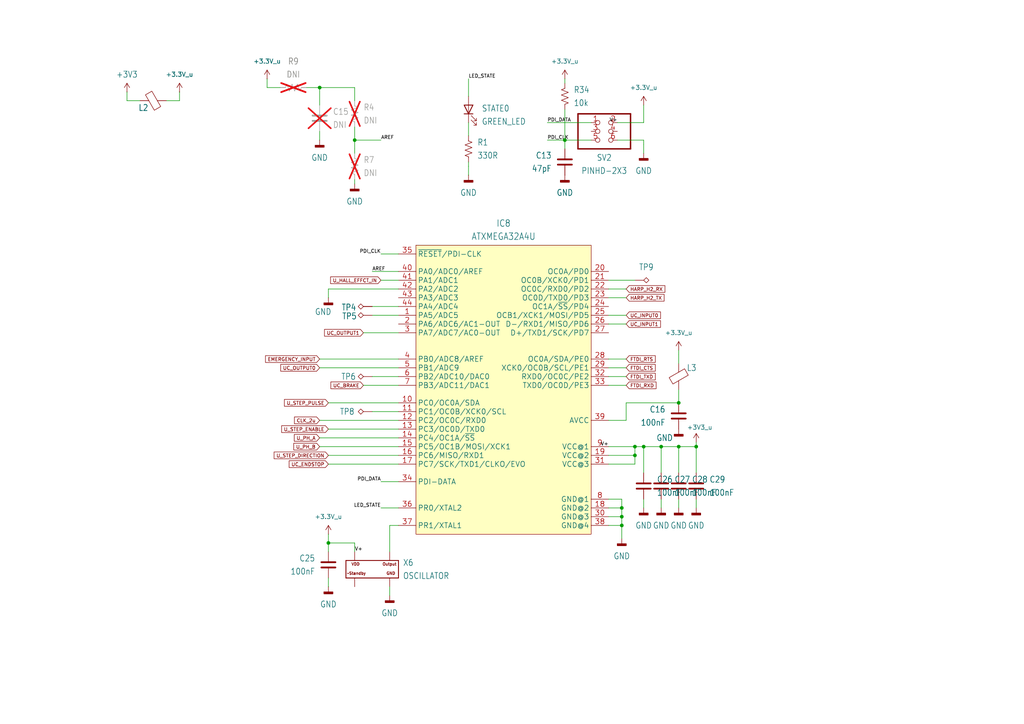
<source format=kicad_sch>
(kicad_sch (version 20250114) (generator "eeschema") (generator_version "9.0")
  (paper "A4")
  (lib_symbols
    (symbol "Connector:TestPoint_Alt" (pin_numbers (hide yes)) (pin_names (offset 0.762) (hide yes))
      (property "Reference" "TP" (at 0 6.858 0))
      (property "Value" "TestPoint_Alt" (at 0 5.08 0))
      (symbol "TestPoint_Alt_0_1"
        (polyline (pts (xy 0 2.54) (xy -0.762 3.302) (xy 0 4.064) (xy 0.762 3.302) (xy 0 2.54)))
      )
      (symbol "TestPoint_Alt_1_1"
        (pin passive line (at 0 0 90) (length 2.54) (name "1") (number "1"))
      )
    )
    (symbol "Device:C" (pin_numbers (hide yes)) (pin_names (offset 0.254))
      (property "Reference" "C" (at 0.635 2.54 0))
      (property "Value" "C" (at 0.635 -2.54 0))
      (symbol "C_0_1"
        (polyline (pts (xy -2.032 0.762) (xy 2.032 0.762)) (stroke (width 0.508)))
        (polyline (pts (xy -2.032 -0.762) (xy 2.032 -0.762)) (stroke (width 0.508)))
      )
      (symbol "C_1_1"
        (pin passive line (at 0 3.81 270) (length 2.794) (name "~") (number "1"))
        (pin passive line (at 0 -3.81 90) (length 2.794) (name "~") (number "2"))
      )
    )
    (symbol "Device:FerriteBead" (pin_numbers (hide yes)) (pin_names (offset 0))
      (property "Reference" "FB" (at -3.81 0.635 90))
      (property "Value" "FerriteBead" (at 3.81 0 90))
      (symbol "FerriteBead_0_1"
        (polyline (pts (xy -2.7686 0.4064) (xy -1.7018 2.2606) (xy 2.7686 -0.3048) (xy 1.6764 -2.159) (xy -2.7686 0.4064)))
        (polyline (pts (xy 0 1.27) (xy 0 1.2954)))
        (polyline (pts (xy 0 -1.27) (xy 0 -1.2192)))
      )
      (symbol "FerriteBead_1_1"
        (pin passive line (at 0 3.81 270) (length 2.54) (name "~") (number "1"))
        (pin passive line (at 0 -3.81 90) (length 2.54) (name "~") (number "2"))
      )
    )
    (symbol "Device:LED" (pin_numbers (hide yes)) (pin_names (offset 1.016) (hide yes))
      (property "Reference" "D" (at 0 2.54 0))
      (property "Value" "LED" (at 0 -2.54 0))
      (symbol "LED_0_1"
        (polyline (pts (xy -3.048 -0.762) (xy -4.572 -2.286) (xy -3.81 -2.286) (xy -4.572 -2.286) (xy -4.572 -1.524)))
        (polyline (pts (xy -1.778 -0.762) (xy -3.302 -2.286) (xy -2.54 -2.286) (xy -3.302 -2.286) (xy -3.302 -1.524)))
        (polyline (pts (xy -1.27 0) (xy 1.27 0)))
        (polyline (pts (xy -1.27 -1.27) (xy -1.27 1.27)) (stroke (width 0.254)))
        (polyline (pts (xy 1.27 -1.27) (xy 1.27 1.27) (xy -1.27 0) (xy 1.27 -1.27)) (stroke (width 0.254)))
      )
      (symbol "LED_1_1"
        (pin passive line (at -3.81 0 0) (length 2.54) (name "K") (number "1"))
        (pin passive line (at 3.81 0 180) (length 2.54) (name "A") (number "2"))
      )
    )
    (symbol "Device:R_US" (pin_numbers (hide yes)) (pin_names (offset 0))
      (property "Reference" "R" (at 2.54 0 90))
      (property "Value" "R_US" (at -2.54 0 90))
      (symbol "R_US_0_1"
        (polyline (pts (xy 0 2.286) (xy 0 2.54)))
        (polyline (pts (xy 0 2.286) (xy 1.016 1.905) (xy 0 1.524) (xy -1.016 1.143) (xy 0 0.762)))
        (polyline (pts (xy 0 0.762) (xy 1.016 0.381) (xy 0 0) (xy -1.016 -0.381) (xy 0 -0.762)))
        (polyline (pts (xy 0 -0.762) (xy 1.016 -1.143) (xy 0 -1.524) (xy -1.016 -1.905) (xy 0 -2.286)))
        (polyline (pts (xy 0 -2.286) (xy 0 -2.54)))
      )
      (symbol "R_US_1_1"
        (pin passive line (at 0 3.81 270) (length 1.27) (name "~") (number "1"))
        (pin passive line (at 0 -3.81 90) (length 1.27) (name "~") (number "2"))
      )
    )
    (symbol "FastStepper SymbLib:+3.3V_u" (power) (pin_numbers (hide yes)) (pin_names (offset 0) (hide yes))
      (property "Value" "+3.3V_u" (at 0 3.556 0))
      (symbol "+3.3V_u_0_1"
        (polyline (pts (xy -0.762 1.27) (xy 0 2.54)))
        (polyline (pts (xy 0 2.54) (xy 0.762 1.27)))
        (polyline (pts (xy 0 0) (xy 0 2.54)))
      )
      (symbol "+3.3V_u_1_1"
        (pin power_in line (at 0 0 90) (length 0) (name "~") (number "1"))
      )
    )
    (symbol "FastStepper SymbLib:OSCILLATOR"
      (property "Reference" "X" (at 10.16 0 0))
      (symbol "OSCILLATOR_1_0"
        (polyline (pts (xy -7.62 2.54) (xy 7.62 2.54)) (stroke (width 0.254)))
        (polyline (pts (xy -7.62 -2.54) (xy -7.62 2.54)) (stroke (width 0.254)))
        (polyline (pts (xy 7.62 2.54) (xy 7.62 -2.54)) (stroke (width 0.254)))
        (polyline (pts (xy 7.62 -2.54) (xy -7.62 -2.54)) (stroke (width 0.254)))
        (text "~Standby" (at -7.366 -1.651 0) (effects (font (size 0.8128 0.8128) (thickness 0.1626) (bold yes)) (justify left bottom)))
        (text "VDD" (at -6.096 1.016 0) (effects (font (size 0.8128 0.8128) (thickness 0.1626) (bold yes)) (justify left bottom)))
        (text "Output" (at 2.921 1.016 0) (effects (font (size 0.8128 0.8128) (thickness 0.1626) (bold yes)) (justify left bottom)))
        (text "GND" (at 4.064 -1.651 0) (effects (font (size 0.8128 0.8128) (thickness 0.1626) (bold yes)) (justify left bottom)))
        (pin passive line (at -5.08 5.08 270) (length 2.54) (name "VDD") (number "4"))
        (pin passive line (at -5.08 -5.08 90) (length 2.54) (name "STANDBY#") (number "1"))
        (pin passive line (at 5.08 5.08 270) (length 2.54) (name "OUTPUT") (number "3"))
        (pin passive line (at 5.08 -5.08 90) (length 2.54) (name "GND") (number "2"))
      )
    )
    (symbol "FastStepper SymbLib:PINHD-2X3"
      (property "Reference" "JP" (at -6.35 5.715 0))
      (symbol "PINHD-2X3_1_0"
        (polyline (pts (xy -6.35 5.08) (xy -6.35 -5.08)) (stroke (width 0.4064)))
        (polyline (pts (xy -6.35 -5.08) (xy 8.89 -5.08)) (stroke (width 0.4064)))
        (polyline (pts (xy 8.89 5.08) (xy -6.35 5.08)) (stroke (width 0.4064)))
        (polyline (pts (xy 8.89 -5.08) (xy 8.89 5.08)) (stroke (width 0.4064)))
        (pin passive inverted (at -2.54 2.54 0) (length 2.54) (name "1") (number "1"))
        (pin passive inverted (at -2.54 0 0) (length 2.54) (name "3") (number "3"))
        (pin passive inverted (at -2.54 -2.54 0) (length 2.54) (name "5") (number "5"))
        (pin passive inverted (at 5.08 2.54 180) (length 2.54) (name "2") (number "2"))
        (pin passive inverted (at 5.08 0 180) (length 2.54) (name "4") (number "4"))
        (pin passive inverted (at 5.08 -2.54 180) (length 2.54) (name "6") (number "6"))
      )
    )
    (symbol "FastStepper SymbLib:XMEGA-A4_AT-XMEGA-XXA4-AUTQFP44"
      (property "Reference" "IC" (at -25.4 44.45 0))
      (symbol "XMEGA-A4_AT-XMEGA-XXA4-AUTQFP44_1_0"
        (pin input line (at -30.48 40.64 0) (length 5.08) (name "~{RESET}/PDI-CLK") (number "35"))
        (pin bidirectional line (at -30.48 35.56 0) (length 5.08) (name "PA0/ADC0/AREF") (number "40"))
        (pin bidirectional line (at -30.48 33.02 0) (length 5.08) (name "PA1/ADC1") (number "41"))
        (pin bidirectional line (at -30.48 30.48 0) (length 5.08) (name "PA2/ADC2") (number "42"))
        (pin bidirectional line (at -30.48 27.94 0) (length 5.08) (name "PA3/ADC3") (number "43"))
        (pin bidirectional line (at -30.48 25.4 0) (length 5.08) (name "PA4/ADC4") (number "44"))
        (pin bidirectional line (at -30.48 22.86 0) (length 5.08) (name "PA5/ADC5") (number "1"))
        (pin bidirectional line (at -30.48 20.32 0) (length 5.08) (name "PA6/ADC6/AC1-OUT") (number "2"))
        (pin bidirectional line (at -30.48 17.78 0) (length 5.08) (name "PA7/ADC7/AC0-OUT") (number "3"))
        (pin bidirectional line (at -30.48 10.16 0) (length 5.08) (name "PB0/ADC8/AREF") (number "4"))
        (pin bidirectional line (at -30.48 7.62 0) (length 5.08) (name "PB1/ADC9") (number "5"))
        (pin bidirectional line (at -30.48 5.08 0) (length 5.08) (name "PB2/ADC10/DAC0") (number "6"))
        (pin bidirectional line (at -30.48 2.54 0) (length 5.08) (name "PB3/ADC11/DAC1") (number "7"))
        (pin bidirectional line (at -30.48 -2.54 0) (length 5.08) (name "PC0/OC0A/SDA") (number "10"))
        (pin bidirectional line (at -30.48 -5.08 0) (length 5.08) (name "PC1/OC0B/XCK0/SCL") (number "11"))
        (pin bidirectional line (at -30.48 -7.62 0) (length 5.08) (name "PC2/OC0C/RXD0") (number "12"))
        (pin bidirectional line (at -30.48 -10.16 0) (length 5.08) (name "PC3/OC0D/TXD0") (number "13"))
        (pin bidirectional line (at -30.48 -12.7 0) (length 5.08) (name "PC4/OC1A/~{SS}") (number "14"))
        (pin bidirectional line (at -30.48 -15.24 0) (length 5.08) (name "PC5/OC1B/MOSI/XCK1") (number "15"))
        (pin bidirectional line (at -30.48 -17.78 0) (length 5.08) (name "PC6/MISO/RXD1") (number "16"))
        (pin bidirectional line (at -30.48 -20.32 0) (length 5.08) (name "PC7/SCK/TXD1/CLKO/EVO") (number "17"))
        (pin bidirectional line (at -30.48 -25.4 0) (length 5.08) (name "PDI-DATA") (number "34"))
        (pin bidirectional line (at -30.48 -33.02 0) (length 5.08) (name "PR0/XTAL2") (number "36"))
        (pin bidirectional line (at -30.48 -38.1 0) (length 5.08) (name "PR1/XTAL1") (number "37"))
        (pin bidirectional line (at 30.48 35.56 180) (length 5.08) (name "OC0A/PD0") (number "20"))
        (pin bidirectional line (at 30.48 33.02 180) (length 5.08) (name "OC0B/XCK0/PD1") (number "21"))
        (pin bidirectional line (at 30.48 30.48 180) (length 5.08) (name "OC0C/RXD0/PD2") (number "22"))
        (pin bidirectional line (at 30.48 27.94 180) (length 5.08) (name "OC0D/TXD0/PD3") (number "23"))
        (pin bidirectional line (at 30.48 25.4 180) (length 5.08) (name "OC1A/~{SS}/PD4") (number "24"))
        (pin bidirectional line (at 30.48 22.86 180) (length 5.08) (name "OCB1/XCK1/MOSI/PD5") (number "25"))
        (pin bidirectional line (at 30.48 20.32 180) (length 5.08) (name "D-/RXD1/MISO/PD6") (number "26"))
        (pin bidirectional line (at 30.48 17.78 180) (length 5.08) (name "D+/TXD1/SCK/PD7") (number "27"))
        (pin bidirectional line (at 30.48 10.16 180) (length 5.08) (name "OC0A/SDA/PE0") (number "28"))
        (pin bidirectional line (at 30.48 7.62 180) (length 5.08) (name "XCK0/OC0B/SCL/PE1") (number "29"))
        (pin bidirectional line (at 30.48 5.08 180) (length 5.08) (name "RXD0/OC0C/PE2") (number "32"))
        (pin bidirectional line (at 30.48 2.54 180) (length 5.08) (name "TXD0/OC0D/PE3") (number "33"))
        (pin power_in line (at 30.48 -7.62 180) (length 5.08) (name "AVCC") (number "39"))
        (pin power_in line (at 30.48 -15.24 180) (length 5.08) (name "VCC@1") (number "9"))
        (pin power_in line (at 30.48 -17.78 180) (length 5.08) (name "VCC@2") (number "19"))
        (pin power_in line (at 30.48 -20.32 180) (length 5.08) (name "VCC@3") (number "31"))
        (pin power_in line (at 30.48 -30.48 180) (length 5.08) (name "GND@1") (number "8"))
        (pin power_in line (at 30.48 -33.02 180) (length 5.08) (name "GND@2") (number "18"))
        (pin power_in line (at 30.48 -35.56 180) (length 5.08) (name "GND@3") (number "30"))
        (pin power_in line (at 30.48 -38.1 180) (length 5.08) (name "GND@4") (number "38"))
      )
      (symbol "XMEGA-A4_AT-XMEGA-XXA4-AUTQFP44_1_1"
        (rectangle (start -25.4 43.18) (end 25.4 -40.64) (fill (type color) (color 255 255 194 1)))
      )
    )
    (symbol "power:+3V3" (power) (pin_numbers (hide yes)) (pin_names (offset 0) (hide yes))
      (property "Value" "+3V3" (at 0 3.556 0))
      (symbol "+3V3_0_1"
        (polyline (pts (xy -0.762 1.27) (xy 0 2.54)))
        (polyline (pts (xy 0 2.54) (xy 0.762 1.27)))
        (polyline (pts (xy 0 0) (xy 0 2.54)))
      )
      (symbol "+3V3_1_1"
        (pin power_in line (at 0 0 90) (length 0) (name "~") (number "1"))
      )
    )
    (symbol "power:+3V8" (power) (pin_numbers (hide yes)) (pin_names (offset 0) (hide yes))
      (property "Value" "+3V8" (at 0 3.556 0))
      (symbol "+3V8_0_1"
        (polyline (pts (xy -0.762 1.27) (xy 0 2.54)))
        (polyline (pts (xy 0 2.54) (xy 0.762 1.27)))
        (polyline (pts (xy 0 0) (xy 0 2.54)))
      )
      (symbol "+3V8_1_1"
        (pin power_in line (at 0 0 90) (length 0) (name "~") (number "1"))
      )
    )
    (symbol "power:GNDD" (power) (pin_numbers (hide yes)) (pin_names (offset 0) (hide yes))
      (property "Value" "GNDD" (at 0 -3.175 0))
      (symbol "GNDD_0_1"
        (rectangle (start -1.27 -1.524) (end 1.27 -2.032) (stroke (width 0.254)) (fill (type outline)))
        (polyline (pts (xy 0 0) (xy 0 -1.524)))
      )
      (symbol "GNDD_1_1"
        (pin power_in line (at 0 0 270) (length 0) (name "~") (number "1"))
      )
    )
  )
  (junction (at 180.34 152.4))
  (junction (at 163.83 40.64))
  (junction (at 184.15 132.08))
  (junction (at 191.77 129.54))
  (junction (at 95.25 157.48))
  (junction (at 196.85 129.54))
  (junction (at 92.71 25.4))
  (junction (at 196.85 116.84))
  (junction (at 201.93 129.54))
  (junction (at 180.34 149.86))
  (junction (at 186.69 129.54))
  (junction (at 180.34 147.32))
  (junction (at 184.15 129.54))
  (junction (at 102.87 40.64))
  (wire (pts (xy 163.83 31.75) (xy 163.83 40.64)) (stroke (width 0.1524)))
  (wire (pts (xy 196.85 102.87) (xy 196.85 105.41)) (stroke (width 0.1524)))
  (wire (pts (xy 115.57 73.66) (xy 110.49 73.66)) (stroke (width 0.1524)))
  (wire (pts (xy 191.77 144.78) (xy 191.77 147.32)) (stroke (width 0.1524)))
  (wire (pts (xy 176.53 86.36) (xy 181.61 86.36)) (stroke (width 0.1524)))
  (wire (pts (xy 107.95 109.22) (xy 115.57 109.22)) (stroke (width 0.1524)))
  (wire (pts (xy 181.61 81.28) (xy 184.15 81.28)))
  (wire (pts (xy 135.89 48.26) (xy 135.89 50.8)) (stroke (width 0.1524)))
  (wire (pts (xy 115.57 139.7) (xy 110.49 139.7)) (stroke (width 0.1524)))
  (wire (pts (xy 115.57 96.52) (xy 105.41 96.52)) (stroke (width 0.1524)))
  (wire (pts (xy 176.53 104.14) (xy 181.61 104.14)) (stroke (width 0.1524)))
  (wire (pts (xy 115.57 129.54) (xy 92.71 129.54)) (stroke (width 0.1524)))
  (wire (pts (xy 115.57 116.84) (xy 95.25 116.84)) (stroke (width 0.1524)))
  (wire (pts (xy 163.83 40.64) (xy 171.45 40.64)) (stroke (width 0.1524)))
  (wire (pts (xy 36.83 29.21) (xy 40.64 29.21)) (stroke (width 0.1524)))
  (wire (pts (xy 95.25 170.18) (xy 95.25 167.64)) (stroke (width 0.1524)))
  (wire (pts (xy 176.53 81.28) (xy 181.61 81.28)) (stroke (width 0.1524)))
  (wire (pts (xy 135.89 22.86) (xy 135.89 27.94)) (stroke (width 0.1524)))
  (wire (pts (xy 115.57 152.4) (xy 113.03 152.4)) (stroke (width 0.1524)))
  (wire (pts (xy 102.87 43.18) (xy 102.87 40.64)) (stroke (width 0.1524)))
  (wire (pts (xy 196.85 113.03) (xy 196.85 116.84)) (stroke (width 0.1524)))
  (wire (pts (xy 52.07 26.67) (xy 52.07 29.21)))
  (wire (pts (xy 95.25 132.08) (xy 115.57 132.08)) (stroke (width 0.1524)))
  (wire (pts (xy 115.57 124.46) (xy 95.25 124.46)) (stroke (width 0.1524)))
  (wire (pts (xy 176.53 147.32) (xy 180.34 147.32)) (stroke (width 0.1524)))
  (wire (pts (xy 48.26 29.21) (xy 52.07 29.21)) (stroke (width 0.1524)))
  (wire (pts (xy 102.87 43.18) (xy 102.87 44.45)))
  (wire (pts (xy 176.53 91.44) (xy 181.61 91.44)) (stroke (width 0.1524)))
  (wire (pts (xy 102.87 157.48) (xy 95.25 157.48)) (stroke (width 0.1524)))
  (wire (pts (xy 107.95 119.38) (xy 115.57 119.38)) (stroke (width 0.1524)))
  (wire (pts (xy 88.9 25.4) (xy 92.71 25.4)) (stroke (width 0.1524)))
  (wire (pts (xy 186.69 144.78) (xy 186.69 147.32)) (stroke (width 0.1524)))
  (wire (pts (xy 176.53 129.54) (xy 184.15 129.54)) (stroke (width 0.1524)))
  (wire (pts (xy 176.53 132.08) (xy 184.15 132.08)) (stroke (width 0.1524)))
  (wire (pts (xy 184.15 134.62) (xy 184.15 132.08)) (stroke (width 0.1524)))
  (wire (pts (xy 163.83 22.86) (xy 163.83 24.13)) (stroke (width 0.1524)))
  (wire (pts (xy 95.25 83.82) (xy 95.25 86.36)))
  (wire (pts (xy 176.53 149.86) (xy 180.34 149.86)) (stroke (width 0.1524)))
  (wire (pts (xy 107.95 88.9) (xy 115.57 88.9)) (stroke (width 0.1524)))
  (wire (pts (xy 179.07 40.64) (xy 186.69 40.64)) (stroke (width 0.1524)))
  (wire (pts (xy 179.07 35.56) (xy 186.69 35.56)) (stroke (width 0.1524)))
  (wire (pts (xy 184.15 129.54) (xy 186.69 129.54)) (stroke (width 0.1524)))
  (wire (pts (xy 186.69 137.16) (xy 186.69 129.54)) (stroke (width 0.1524)))
  (wire (pts (xy 115.57 106.68) (xy 92.71 106.68)) (stroke (width 0.1524)))
  (wire (pts (xy 186.69 129.54) (xy 191.77 129.54)) (stroke (width 0.1524)))
  (wire (pts (xy 201.93 144.78) (xy 201.93 147.32)) (stroke (width 0.1524)))
  (wire (pts (xy 77.47 25.4) (xy 81.28 25.4)) (stroke (width 0.1524)))
  (wire (pts (xy 102.87 52.07) (xy 102.87 53.34)))
  (wire (pts (xy 115.57 104.14) (xy 92.71 104.14)) (stroke (width 0.1524)))
  (wire (pts (xy 181.61 116.84) (xy 181.61 121.92)) (stroke (width 0.1524)))
  (wire (pts (xy 92.71 30.48) (xy 92.71 25.4)) (stroke (width 0.1524)))
  (wire (pts (xy 176.53 144.78) (xy 180.34 144.78)) (stroke (width 0.1524)))
  (wire (pts (xy 115.57 78.74) (xy 107.95 78.74)) (stroke (width 0.1524)))
  (wire (pts (xy 77.47 25.4) (xy 77.47 22.86)) (stroke (width 0.1524)))
  (wire (pts (xy 115.57 121.92) (xy 92.71 121.92)) (stroke (width 0.1524)))
  (wire (pts (xy 36.83 26.67) (xy 36.83 29.21)) (stroke (width 0.1524)))
  (wire (pts (xy 191.77 129.54) (xy 196.85 129.54)) (stroke (width 0.1524)))
  (wire (pts (xy 186.69 35.56) (xy 186.69 30.48)) (stroke (width 0.1524)))
  (wire (pts (xy 180.34 144.78) (xy 180.34 147.32)) (stroke (width 0.1524)))
  (wire (pts (xy 92.71 25.4) (xy 102.87 25.4)) (stroke (width 0.1524)))
  (wire (pts (xy 176.53 106.68) (xy 181.61 106.68)) (stroke (width 0.1524)))
  (wire (pts (xy 102.87 36.83) (xy 102.87 40.64)) (stroke (width 0.1524)))
  (wire (pts (xy 201.93 129.54) (xy 201.93 137.16)) (stroke (width 0.1524)))
  (wire (pts (xy 180.34 147.32) (xy 180.34 149.86)) (stroke (width 0.1524)))
  (wire (pts (xy 92.71 40.64) (xy 92.71 38.1)) (stroke (width 0.1524)))
  (wire (pts (xy 196.85 129.54) (xy 196.85 137.16)) (stroke (width 0.1524)))
  (wire (pts (xy 135.89 35.56) (xy 135.89 39.37)) (stroke (width 0.1524)))
  (wire (pts (xy 180.34 152.4) (xy 180.34 156.21)) (stroke (width 0.1524)))
  (wire (pts (xy 196.85 144.78) (xy 196.85 147.32)) (stroke (width 0.1524)))
  (wire (pts (xy 171.45 35.56) (xy 158.75 35.56)) (stroke (width 0.1524)))
  (wire (pts (xy 176.53 134.62) (xy 184.15 134.62)) (stroke (width 0.1524)))
  (wire (pts (xy 115.57 127) (xy 92.71 127)) (stroke (width 0.1524)))
  (wire (pts (xy 113.03 160.02) (xy 113.03 152.4)) (stroke (width 0.1524)))
  (wire (pts (xy 115.57 83.82) (xy 95.25 83.82)) (stroke (width 0.1524)))
  (wire (pts (xy 196.85 102.87) (xy 196.85 101.6)))
  (wire (pts (xy 186.69 40.64) (xy 186.69 41.91)) (stroke (width 0.1524)))
  (wire (pts (xy 180.34 149.86) (xy 180.34 152.4)) (stroke (width 0.1524)))
  (wire (pts (xy 102.87 40.64) (xy 110.49 40.64)) (stroke (width 0.1524)))
  (wire (pts (xy 102.87 25.4) (xy 102.87 29.21)) (stroke (width 0.1524)))
  (wire (pts (xy 176.53 152.4) (xy 180.34 152.4)) (stroke (width 0.1524)))
  (wire (pts (xy 201.93 129.54) (xy 201.93 128.27)) (stroke (width 0.1524)))
  (wire (pts (xy 115.57 111.76) (xy 105.41 111.76)) (stroke (width 0.1524)))
  (wire (pts (xy 158.75 40.64) (xy 163.83 40.64)) (stroke (width 0.1524)))
  (wire (pts (xy 176.53 109.22) (xy 181.61 109.22)) (stroke (width 0.1524)))
  (wire (pts (xy 181.61 121.92) (xy 176.53 121.92)) (stroke (width 0.1524)))
  (wire (pts (xy 107.95 91.44) (xy 115.57 91.44)) (stroke (width 0.1524)))
  (wire (pts (xy 186.69 41.91) (xy 186.69 44.45)))
  (wire (pts (xy 102.87 160.02) (xy 102.87 157.48)) (stroke (width 0.1524)))
  (wire (pts (xy 196.85 129.54) (xy 201.93 129.54)) (stroke (width 0.1524)))
  (wire (pts (xy 95.25 157.48) (xy 95.25 160.02)) (stroke (width 0.1524)))
  (wire (pts (xy 115.57 147.32) (xy 110.49 147.32)) (stroke (width 0.1524)))
  (wire (pts (xy 115.57 134.62) (xy 95.25 134.62)) (stroke (width 0.1524)))
  (wire (pts (xy 191.77 137.16) (xy 191.77 129.54)) (stroke (width 0.1524)))
  (wire (pts (xy 176.53 83.82) (xy 181.61 83.82)) (stroke (width 0.1524)))
  (wire (pts (xy 184.15 132.08) (xy 184.15 129.54)) (stroke (width 0.1524)))
  (wire (pts (xy 110.49 81.28) (xy 115.57 81.28)))
  (wire (pts (xy 113.03 172.72) (xy 113.03 170.18)) (stroke (width 0.1524)))
  (wire (pts (xy 135.89 46.99) (xy 135.89 48.26)))
  (wire (pts (xy 95.25 157.48) (xy 95.25 154.94)) (stroke (width 0.1524)))
  (wire (pts (xy 176.53 111.76) (xy 181.61 111.76)) (stroke (width 0.1524)))
  (wire (pts (xy 163.83 43.18) (xy 163.83 40.64)) (stroke (width 0.1524)))
  (wire (pts (xy 176.53 93.98) (xy 181.61 93.98)) (stroke (width 0.1524)))
  (wire (pts (xy 196.85 116.84) (xy 181.61 116.84)) (stroke (width 0.1524)))
  (label "AREF" (at 110.49 40.64 0) (effects (font (size 0.9957 0.9957))))
  (label "PDI_CLK" (at 158.75 40.64 0) (effects (font (size 0.9957 0.9957))))
  (label "V+" (at 102.87 160.02 0) (effects (font (size 1.016 1.016))))
  (label "V+" (at 179.07 35.56 180) (effects (font (size 1.016 1.016))))
  (label "AREF" (at 107.95 78.74 0) (effects (font (size 0.9957 0.9957))))
  (label "LED_STATE" (at 110.49 147.32 180) (effects (font (size 0.9957 0.9957))))
  (label "PDI_DATA" (at 158.75 35.56 0) (effects (font (size 0.9957 0.9957))))
  (label "PDI_CLK" (at 110.49 73.66 180) (effects (font (size 0.9957 0.9957))))
  (label "V+" (at 176.53 129.54 180) (effects (font (size 1.016 1.016))))
  (label "PDI_DATA" (at 110.49 139.7 180) (effects (font (size 0.9957 0.9957))))
  (label "LED_STATE" (at 135.89 22.86 0) (effects (font (size 0.9957 0.9957))))
  (global_label "CLK_2u" (shape input) (at 92.71 121.92 180) (effects (font (size 0.9957 0.9957))) (property "Intersheetrefs" "${INTERSHEET_REFS}" (effects (hide yes))))
  (global_label "FTDI_RTS" (shape input) (at 181.61 104.14 0) (effects (font (size 0.9957 0.9957))) (property "Intersheetrefs" "${INTERSHEET_REFS}" (effects (hide yes))))
  (global_label "U_PH_A" (shape input) (at 92.71 127 180) (effects (font (size 0.9957 0.9957))) (property "Intersheetrefs" "${INTERSHEET_REFS}" (effects (hide yes))))
  (global_label "UC_OUTPUT1" (shape input) (at 105.41 96.52 180) (effects (font (size 0.9957 0.9957))) (property "Intersheetrefs" "${INTERSHEET_REFS}" (effects (hide yes))))
  (global_label "FTDI_TXD" (shape input) (at 181.61 109.22 0) (effects (font (size 0.9957 0.9957))) (property "Intersheetrefs" "${INTERSHEET_REFS}" (effects (hide yes))))
  (global_label "U_PH_B" (shape input) (at 92.71 129.54 180) (effects (font (size 0.9957 0.9957))) (property "Intersheetrefs" "${INTERSHEET_REFS}" (effects (hide yes))))
  (global_label "EMERGENCY_INPUT" (shape input) (at 92.71 104.14 180) (effects (font (size 0.9957 0.9957))) (property "Intersheetrefs" "${INTERSHEET_REFS}" (effects (hide yes))))
  (global_label "UC_OUTPUT0" (shape input) (at 92.71 106.68 180) (effects (font (size 0.9957 0.9957))) (property "Intersheetrefs" "${INTERSHEET_REFS}" (effects (hide yes))))
  (global_label "HARP_H2_RX" (shape input) (at 181.61 83.82 0) (effects (font (size 0.9957 0.9957))) (property "Intersheetrefs" "${INTERSHEET_REFS}" (effects (hide yes))))
  (global_label "HARP_H2_TX" (shape input) (at 181.61 86.36 0) (effects (font (size 0.9957 0.9957))) (property "Intersheetrefs" "${INTERSHEET_REFS}" (effects (hide yes))))
  (global_label "U_STEP_DIRECTION" (shape input) (at 95.25 132.08 180) (effects (font (size 0.9957 0.9957))) (property "Intersheetrefs" "${INTERSHEET_REFS}" (effects (hide yes))))
  (global_label "UC_INPUT0" (shape input) (at 181.61 91.44 0) (effects (font (size 0.9957 0.9957))) (property "Intersheetrefs" "${INTERSHEET_REFS}" (effects (hide yes))))
  (global_label "UC_ENDSTOP" (shape input) (at 95.25 134.62 180) (effects (font (size 0.9957 0.9957))) (property "Intersheetrefs" "${INTERSHEET_REFS}" (effects (hide yes))))
  (global_label "U_HALL_EFFCT_IN" (shape input) (at 110.49 81.28 180) (effects (font (size 0.9957 0.9957))) (property "Intersheetrefs" "${INTERSHEET_REFS}" (effects (hide yes))))
  (global_label "UC_BRAKE" (shape input) (at 105.41 111.76 180) (effects (font (size 0.9957 0.9957))) (property "Intersheetrefs" "${INTERSHEET_REFS}" (effects (hide yes))))
  (global_label "FTDI_RXD" (shape input) (at 181.61 111.76 0) (effects (font (size 0.9957 0.9957))) (property "Intersheetrefs" "${INTERSHEET_REFS}" (effects (hide yes))))
  (global_label "U_STEP_ENABLE" (shape input) (at 95.25 124.46 180) (effects (font (size 0.9957 0.9957))) (property "Intersheetrefs" "${INTERSHEET_REFS}" (effects (hide yes))))
  (global_label "UC_INPUT1" (shape input) (at 181.61 93.98 0) (effects (font (size 0.9957 0.9957))) (property "Intersheetrefs" "${INTERSHEET_REFS}" (effects (hide yes))))
  (global_label "FTDI_CTS" (shape input) (at 181.61 106.68 0) (effects (font (size 0.9957 0.9957))) (property "Intersheetrefs" "${INTERSHEET_REFS}" (effects (hide yes))))
  (global_label "U_STEP_PULSE" (shape input) (at 95.25 116.84 180) (effects (font (size 0.9957 0.9957))) (property "Intersheetrefs" "${INTERSHEET_REFS}" (effects (hide yes))))
  (symbol (lib_id "Device:R_US") (at 135.89 43.18 180) (unit 1)
    (property "Reference" "R1" (at 138.43 41.275 0) (effects (font (size 1.778 1.5113)) (justify right)))
    (property "Value" "330R" (at 138.43 45.085 0) (effects (font (size 1.778 1.5113)) (justify right)))
    (property "Footprint" "Resistor_SMD:R_0402_1005Metric" (effects (hide yes)))
    (property "MPN" "RC0402FR-07330RL" (effects (hide yes)))
    (property "OEPSPN" "OEPS020037" (effects (hide yes)))
  )
  (symbol (lib_id "Device:C") (at 186.69 140.97 0) (mirror y) (unit 1)
    (property "Reference" "C26" (at 190.5 139.065 0) (effects (font (size 1.778 1.5113)) (justify right)))
    (property "Value" "100nF" (at 190.5 142.875 0) (effects (font (size 1.778 1.5113)) (justify right)))
    (property "Footprint" "Capacitor_SMD:C_0402_1005Metric" (effects (hide yes)))
    (property "MPN" "CGA2B3X7R1H104K050BB" (effects (hide yes)))
    (property "OEPSPN" "OEPS010016" (effects (hide yes)))
  )
  (symbol (lib_id "FastStepper SymbLib:+3.3V_u") (at 95.25 154.94 0) (unit 1)
    (property "Reference" "#PWR04" (effects (hide yes)))
    (property "Value" "+3.3V_u" (at 95.25 149.86 0))
    (property "Description" "Power symbol creates a global label with name \"+3.3V_u\"" (effects (hide yes)))
  )
  (symbol (lib_id "power:GNDD") (at 186.69 44.45 0) (unit 1)
    (property "Reference" "#GND65" (effects (hide yes)))
    (property "Value" "GND" (at 186.69 49.53 0) (effects (font (size 1.778 1.5113))))
  )
  (symbol (lib_id "power:GNDD") (at 113.03 172.72 0) (mirror y) (unit 1)
    (property "Reference" "#GND18" (effects (hide yes)))
    (property "Value" "GND" (at 113.03 177.8 0) (effects (font (size 1.778 1.5113))))
  )
  (symbol (lib_id "FastStepper SymbLib:+3.3V_u") (at 196.85 101.6 0) (unit 1)
    (property "Reference" "#PWR03" (effects (hide yes)))
    (property "Value" "+3.3V_u" (at 196.85 96.52 0))
    (property "Description" "Power symbol creates a global label with name \"+3.3V_u\"" (effects (hide yes)))
  )
  (symbol (lib_id "power:GNDD") (at 95.25 170.18 0) (mirror y) (unit 1)
    (property "Reference" "#GND124" (effects (hide yes)))
    (property "Value" "GND" (at 95.25 175.26 0) (effects (font (size 1.778 1.5113))))
  )
  (symbol (lib_id "Device:LED") (at 135.89 31.75 90) (unit 1)
    (property "Reference" "STATE0" (at 139.7 31.4325 90) (effects (font (size 1.778 1.5113)) (justify right)))
    (property "Value" "GREEN_LED" (at 139.7 35.2425 90) (effects (font (size 1.778 1.5113)) (justify right)))
    (property "Footprint" "LED_SMD:LED_0603_1608Metric" (effects (hide yes)))
    (property "MPN" "LTST-C191KGKT" (effects (hide yes)))
    (property "OEPSPN" "OEPS030005" (effects (hide yes)))
  )
  (symbol (lib_id "power:GNDD") (at 196.85 124.46 0) (mirror y) (unit 1)
    (property "Reference" "#GND36" (effects (hide yes)))
    (property "Value" "GND" (at 192.786 127 0) (effects (font (size 1.778 1.5113))))
  )
  (symbol (lib_id "FastStepper SymbLib:XMEGA-A4_AT-XMEGA-XXA4-AUTQFP44") (at 146.05 114.3 0) (unit 1)
    (property "Reference" "IC8" (at 146.05 64.77 0) (effects (font (size 1.9304 1.6408))))
    (property "Value" "ATXMEGA32A4U" (at 146.05 68.58 0) (effects (font (size 1.9304 1.6408))))
    (property "Footprint" "Package_QFP:TQFP-44_10x10mm_P0.8mm" (effects (hide yes)))
    (property "MPN" "ATXMEGA32A4U-A" (effects (hide yes)))
    (property "OEPSPN" "OEPS080012" (effects (hide yes)))
  )
  (symbol (lib_id "power:GNDD") (at 163.83 50.8 0) (unit 1)
    (property "Reference" "#GND123" (effects (hide yes)))
    (property "Value" "GND" (at 163.83 55.88 0) (effects (font (size 1.778 1.5113))))
  )
  (symbol (lib_id "power:GNDD") (at 102.87 53.34 0) (mirror y) (unit 1)
    (property "Reference" "#GND13" (effects (hide yes)))
    (property "Value" "GND" (at 102.87 58.42 0) (effects (font (size 1.778 1.5113))))
  )
  (symbol (lib_id "power:GNDD") (at 95.25 86.36 0) (mirror y) (unit 1)
    (property "Reference" "#GND37" (effects (hide yes)))
    (property "Value" "GND" (at 93.726 90.424 0) (effects (font (size 1.778 1.5113))))
  )
  (symbol (lib_id "Connector:TestPoint_Alt") (at 107.95 88.9 90) (mirror x) (unit 1) (in_bom no)
    (property "Reference" "TP4" (at 103.378 89.154 90) (effects (font (size 1.778 1.5113)) (justify left)))
    (property "Value" "NO_COMPONENT" (effects (hide yes)))
    (property "Footprint" "TestPoint:TestPoint_THTPad_D1.0mm_Drill0.5mm" (effects (hide yes)))
  )
  (symbol (lib_id "FastStepper SymbLib:+3.3V_u") (at 77.47 22.86 0) (unit 1)
    (property "Reference" "#PWR07" (effects (hide yes)))
    (property "Value" "+3.3V_u" (at 77.47 17.78 0))
    (property "Description" "Power symbol creates a global label with name \"+3.3V_u\"" (effects (hide yes)))
  )
  (symbol (lib_id "Device:C") (at 92.71 34.29 0) (mirror y) (unit 1) (dnp yes)
    (property "Reference" "C15" (at 96.52 32.385 0) (effects (font (size 1.778 1.5113)) (justify right)))
    (property "Value" "DNI" (at 96.52 36.195 0) (effects (font (size 1.778 1.5113)) (justify right)))
    (property "Footprint" "Capacitor_SMD:C_0603_1608Metric" (effects (hide yes)))
    (property "MPN" "n.a." (effects (hide yes)))
    (property "OEPSPN" "n.a." (effects (hide yes)))
  )
  (symbol (lib_id "power:GNDD") (at 186.69 147.32 0) (mirror y) (unit 1)
    (property "Reference" "#GND126" (effects (hide yes)))
    (property "Value" "GND" (at 186.69 152.4 0) (effects (font (size 1.778 1.5113))))
  )
  (symbol (lib_id "power:GNDD") (at 135.89 50.8 0) (mirror y) (unit 1)
    (property "Reference" "#GND29" (effects (hide yes)))
    (property "Value" "GND" (at 135.89 55.88 0) (effects (font (size 1.778 1.5113))))
  )
  (symbol (lib_id "Device:C") (at 95.25 163.83 0) (mirror y) (unit 1)
    (property "Reference" "C25" (at 91.44 161.925 0) (effects (font (size 1.778 1.5113)) (justify left)))
    (property "Value" "100nF" (at 91.44 165.735 0) (effects (font (size 1.778 1.5113)) (justify left)))
    (property "Footprint" "Capacitor_SMD:C_0402_1005Metric" (effects (hide yes)))
    (property "MPN" "CGA2B3X7R1H104K050BB" (effects (hide yes)))
    (property "OEPSPN" "OEPS010016" (effects (hide yes)))
  )
  (symbol (lib_id "Device:R_US") (at 102.87 48.26 180) (unit 1) (dnp yes)
    (property "Reference" "R7" (at 105.41 46.355 0) (effects (font (size 1.778 1.5113)) (justify right)))
    (property "Value" "DNI" (at 105.41 50.165 0) (effects (font (size 1.778 1.5113)) (justify right)))
    (property "Footprint" "Resistor_SMD:R_0402_1005Metric" (effects (hide yes)))
    (property "MPN" "n.a." (effects (hide yes)))
    (property "OEPSPN" "n.a." (effects (hide yes)))
  )
  (symbol (lib_id "Device:C") (at 163.83 46.99 0) (unit 1)
    (property "Reference" "C13" (at 160.02 45.085 0) (effects (font (size 1.778 1.5113)) (justify right)))
    (property "Value" "47pF" (at 160.02 48.895 0) (effects (font (size 1.778 1.5113)) (justify right)))
    (property "Footprint" "Capacitor_SMD:C_0402_1005Metric" (effects (hide yes)))
    (property "MPN" "04025A470JAT2A" (effects (hide yes)))
    (property "OEPSPN" "OEPS010011" (effects (hide yes)))
  )
  (symbol (lib_id "Connector:TestPoint_Alt") (at 107.95 91.44 90) (mirror x) (unit 1) (in_bom no)
    (property "Reference" "TP5" (at 101.346 91.694 90) (effects (font (size 1.778 1.5113))))
    (property "Value" "NO_COMPONENT" (effects (hide yes)))
    (property "Footprint" "TestPoint:TestPoint_THTPad_D1.0mm_Drill0.5mm" (effects (hide yes)))
  )
  (symbol (lib_id "Device:R_US") (at 163.83 27.94 0) (mirror y) (unit 1)
    (property "Reference" "R34" (at 166.37 26.035 0) (effects (font (size 1.778 1.5113)) (justify right)))
    (property "Value" "10k" (at 166.37 29.845 0) (effects (font (size 1.778 1.5113)) (justify right)))
    (property "Footprint" "Resistor_SMD:R_0402_1005Metric" (effects (hide yes)))
    (property "MPN" "ERJ-2RKF1002X" (effects (hide yes)))
    (property "OEPSPN" "OEPS020013" (effects (hide yes)))
  )
  (symbol (lib_id "Device:R_US") (at 85.09 25.4 270) (unit 1) (dnp yes)
    (property "Reference" "R9" (at 85.09 17.78 90) (effects (font (size 1.778 1.5113))))
    (property "Value" "DNI" (at 85.09 21.59 90) (effects (font (size 1.778 1.5113))))
    (property "Footprint" "Resistor_SMD:R_0402_1005Metric" (effects (hide yes)))
    (property "MPN" "n.a." (effects (hide yes)))
    (property "OEPSPN" "n.a." (effects (hide yes)))
  )
  (symbol (lib_id "power:GNDD") (at 180.34 156.21 0) (mirror y) (unit 1)
    (property "Reference" "#GND20" (effects (hide yes)))
    (property "Value" "GND" (at 180.34 161.29 0) (effects (font (size 1.778 1.5113))))
  )
  (symbol (lib_id "Connector:TestPoint_Alt") (at 107.95 119.38 90) (mirror x) (unit 1) (in_bom no)
    (property "Reference" "TP8" (at 102.87 119.38 90) (effects (font (size 1.778 1.5113)) (justify left)))
    (property "Value" "NO_COMPONENT" (effects (hide yes)))
    (property "Footprint" "TestPoint:TestPoint_THTPad_D1.0mm_Drill0.5mm" (effects (hide yes)))
  )
  (symbol (lib_id "Device:C") (at 201.93 140.97 0) (mirror y) (unit 1)
    (property "Reference" "C29" (at 205.74 139.065 0) (effects (font (size 1.778 1.5113)) (justify right)))
    (property "Value" "100nF" (at 205.74 142.875 0) (effects (font (size 1.778 1.5113)) (justify right)))
    (property "Footprint" "Capacitor_SMD:C_0402_1005Metric" (effects (hide yes)))
    (property "MPN" "CGA2B3X7R1H104K050BB" (effects (hide yes)))
    (property "OEPSPN" "OEPS010016" (effects (hide yes)))
  )
  (symbol (lib_id "Device:FerriteBead") (at 44.45 29.21 90) (mirror x) (unit 1)
    (property "Reference" "L2" (at 40.132 31.242 90) (effects (font (size 1.778 1.5113)) (justify right)))
    (property "Value" "40R@100MHz" (effects (hide yes)))
    (property "Footprint" "Resistor_SMD:R_0805_2012Metric" (effects (hide yes)))
    (property "MPN" "MI0805K400R-10" (effects (hide yes)))
    (property "OEPSPN" "OEPS040003" (effects (hide yes)))
  )
  (symbol (lib_id "power:+3V8") (at 201.93 128.27 0) (unit 1)
    (property "Reference" "#PWR02" (effects (hide yes)))
    (property "Value" "+3V3_u" (at 202.946 123.952 0))
    (property "Description" "Power symbol creates a global label with name \"+3V3_u\"" (effects (hide yes)))
  )
  (symbol (lib_id "power:GNDD") (at 92.71 40.64 0) (mirror y) (unit 1)
    (property "Reference" "#GND24" (effects (hide yes)))
    (property "Value" "GND" (at 92.71 45.72 0) (effects (font (size 1.778 1.5113))))
  )
  (symbol (lib_id "power:GNDD") (at 191.77 147.32 0) (mirror y) (unit 1)
    (property "Reference" "#GND127" (effects (hide yes)))
    (property "Value" "GND" (at 191.77 152.4 0) (effects (font (size 1.778 1.5113))))
  )
  (symbol (lib_id "FastStepper SymbLib:PINHD-2X3") (at 173.99 38.1 0) (unit 1)
    (property "Reference" "SV2" (at 175.26 45.72 0) (effects (font (size 1.778 1.5113))))
    (property "Value" "PINHD-2X3" (at 175.26 49.53 0) (effects (font (size 1.778 1.5113))))
    (property "Footprint" "Connector_PinHeader_2.54mm:PinHeader_2x03_P2.54mm_Vertical" (effects (hide yes)))
    (property "MPN" "PR20203VBDN" (effects (hide yes)))
    (property "OEPSPN" "OEPS070124" (effects (hide yes)))
  )
  (symbol (lib_id "Connector:TestPoint_Alt") (at 107.95 109.22 90) (mirror x) (unit 1) (in_bom no)
    (property "Reference" "TP6" (at 101.092 109.22 90) (effects (font (size 1.778 1.5113))))
    (property "Value" "NO_COMPONENT" (effects (hide yes)))
    (property "Footprint" "TestPoint:TestPoint_THTPad_D1.0mm_Drill0.5mm" (effects (hide yes)))
  )
  (symbol (lib_id "FastStepper SymbLib:OSCILLATOR") (at 107.95 165.1 0) (unit 1)
    (property "Reference" "X6" (at 116.84 163.195 0) (effects (font (size 1.778 1.5113)) (justify left)))
    (property "Value" "OSCILLATOR" (at 116.84 167.005 0) (effects (font (size 1.778 1.5113)) (justify left)))
    (property "Footprint" "Oscillator:Oscillator_SMD_Abracon_ASE-4Pin_3.2x2.5mm" (effects (hide yes)))
    (property "Description" "XTAL OSC TCXO 32.0000MHZ HCMOS" (effects (hide yes)))
    (property "MPN" "DSC1001CI5-032.0000" (effects (hide yes)))
    (property "OEPSPN" "OEPS080018" (effects (hide yes)))
  )
  (symbol (lib_id "Connector:TestPoint_Alt") (at 184.15 81.28 270) (mirror x) (unit 1) (in_bom no)
    (property "Reference" "TP9" (at 187.452 77.47 90) (effects (font (size 1.778 1.5113))))
    (property "Value" "NO_COMPONENT" (effects (hide yes)))
    (property "Footprint" "TestPoint:TestPoint_THTPad_D1.0mm_Drill0.5mm" (effects (hide yes)))
  )
  (symbol (lib_id "Device:C") (at 196.85 140.97 0) (mirror y) (unit 1)
    (property "Reference" "C28" (at 200.66 139.065 0) (effects (font (size 1.778 1.5113)) (justify right)))
    (property "Value" "100nF" (at 200.66 142.875 0) (effects (font (size 1.778 1.5113)) (justify right)))
    (property "Footprint" "Capacitor_SMD:C_0402_1005Metric" (effects (hide yes)))
    (property "MPN" "CGA2B3X7R1H104K050BB" (effects (hide yes)))
    (property "OEPSPN" "OEPS010016" (effects (hide yes)))
  )
  (symbol (lib_id "power:+3V3") (at 36.83 26.67 0) (unit 1)
    (property "Reference" "#+3V011" (effects (hide yes)))
    (property "Value" "+3V3" (at 36.83 21.59 0) (effects (font (size 1.778 1.5113))))
  )
  (symbol (lib_id "FastStepper SymbLib:+3.3V_u") (at 186.69 30.48 0) (unit 1)
    (property "Reference" "#PWR05" (effects (hide yes)))
    (property "Value" "+3.3V_u" (at 186.69 25.4 0))
    (property "Description" "Power symbol creates a global label with name \"+3.3V_u\"" (effects (hide yes)))
  )
  (symbol (lib_id "FastStepper SymbLib:+3.3V_u") (at 52.07 26.67 0) (unit 1)
    (property "Reference" "#PWR011" (effects (hide yes)))
    (property "Value" "+3.3V_u" (at 52.07 21.59 0))
    (property "Description" "Power symbol creates a global label with name \"+3.3V_u\"" (effects (hide yes)))
  )
  (symbol (lib_id "power:GNDD") (at 201.93 147.32 0) (mirror y) (unit 1)
    (property "Reference" "#GND41" (effects (hide yes)))
    (property "Value" "GND" (at 201.93 152.4 0) (effects (font (size 1.778 1.5113))))
  )
  (symbol (lib_id "Device:R_US") (at 102.87 33.02 180) (unit 1) (dnp yes)
    (property "Reference" "R4" (at 105.41 31.115 0) (effects (font (size 1.778 1.5113)) (justify right)))
    (property "Value" "DNI" (at 105.41 34.925 0) (effects (font (size 1.778 1.5113)) (justify right)))
    (property "Footprint" "Resistor_SMD:R_0402_1005Metric" (effects (hide yes)))
    (property "MPN" "n.a." (effects (hide yes)))
    (property "OEPSPN" "n.a." (effects (hide yes)))
  )
  (symbol (lib_id "Device:C") (at 191.77 140.97 0) (mirror y) (unit 1)
    (property "Reference" "C27" (at 195.58 139.065 0) (effects (font (size 1.778 1.5113)) (justify right)))
    (property "Value" "100nF" (at 195.58 142.875 0) (effects (font (size 1.778 1.5113)) (justify right)))
    (property "Footprint" "Capacitor_SMD:C_0402_1005Metric" (effects (hide yes)))
    (property "MPN" "CGA2B3X7R1H104K050BB" (effects (hide yes)))
    (property "OEPSPN" "OEPS010016" (effects (hide yes)))
  )
  (symbol (lib_id "FastStepper SymbLib:+3.3V_u") (at 163.83 22.86 0) (unit 1)
    (property "Reference" "#PWR06" (effects (hide yes)))
    (property "Value" "+3.3V_u" (at 163.83 17.78 0))
    (property "Description" "Power symbol creates a global label with name \"+3.3V_u\"" (effects (hide yes)))
  )
  (symbol (lib_id "Device:FerriteBead") (at 196.85 109.22 0) (mirror y) (unit 1)
    (property "Reference" "L3" (at 199.136 106.68 0) (effects (font (size 1.778 1.5113)) (justify right)))
    (property "Value" "40R@100MHz" (effects (hide yes)))
    (property "Footprint" "Resistor_SMD:R_0805_2012Metric" (effects (hide yes)))
    (property "MPN" "MI0805K400R-10" (effects (hide yes)))
    (property "OEPSPN" "OEPS040003" (effects (hide yes)))
  )
  (symbol (lib_id "Device:C") (at 196.85 120.65 0) (unit 1)
    (property "Reference" "C16" (at 193.04 118.745 0) (effects (font (size 1.778 1.5113)) (justify right)))
    (property "Value" "100nF" (at 193.04 122.555 0) (effects (font (size 1.778 1.5113)) (justify right)))
    (property "Footprint" "Capacitor_SMD:C_0402_1005Metric" (effects (hide yes)))
    (property "MPN" "CGA2B3X7R1H104K050BB" (effects (hide yes)))
    (property "OEPSPN" "OEPS010016" (effects (hide yes)))
  )
  (symbol (lib_id "power:GNDD") (at 196.85 147.32 0) (mirror y) (unit 1)
    (property "Reference" "#GND128" (effects (hide yes)))
    (property "Value" "GND" (at 196.85 152.4 0) (effects (font (size 1.778 1.5113))))
  )
)
</source>
